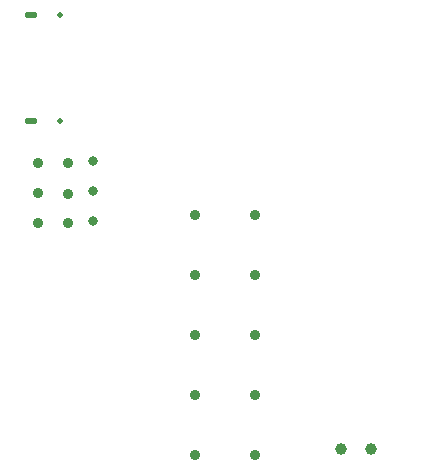
<source format=gbr>
%TF.GenerationSoftware,Altium Limited,Altium Designer,21.4.1 (30)*%
G04 Layer_Color=0*
%FSLAX45Y45*%
%MOMM*%
%TF.SameCoordinates,F4A6E2B2-E63A-418B-8CEE-B9A354165880*%
%TF.FilePolarity,Positive*%
%TF.FileFunction,Plated,1,4,PTH,Drill*%
%TF.Part,Single*%
G01*
G75*
%TA.AperFunction,ComponentDrill*%
%ADD145O,1.10000X0.50000*%
%ADD146C,0.50000*%
%ADD147C,0.80000*%
%ADD148C,0.90000*%
%ADD149C,1.00000*%
%ADD150C,0.90000*%
%TA.AperFunction,ViaDrill,NotFilled*%
%ADD151C,0.15200*%
D145*
X60000Y2920000D02*
D03*
Y3818000D02*
D03*
D146*
X300000D02*
D03*
Y2920000D02*
D03*
D147*
X584200Y2072000D02*
D03*
Y2580000D02*
D03*
Y2326000D02*
D03*
D148*
X1442500Y2120901D02*
D03*
X1955000Y2120900D02*
D03*
X119300Y2562601D02*
D03*
Y2054600D02*
D03*
X1955000Y88900D02*
D03*
X1447000Y1612900D02*
D03*
X1955000Y1104900D02*
D03*
Y596900D02*
D03*
X373300Y2054600D02*
D03*
Y2562600D02*
D03*
X372300Y2304401D02*
D03*
D149*
X2937000Y140000D02*
D03*
X2683000D02*
D03*
D150*
X119300Y2308600D02*
D03*
X1447000Y88900D02*
D03*
Y1104900D02*
D03*
Y596900D02*
D03*
X1955000Y1612900D02*
D03*
D151*
X2700507Y1046123D02*
D03*
X2765300Y1051300D02*
D03*
X2811535Y995114D02*
D03*
X2723346Y1269079D02*
D03*
X1895300Y946000D02*
D03*
X2343700Y887800D02*
D03*
X2780200Y747875D02*
D03*
X2242400Y819600D02*
D03*
X2181888Y979000D02*
D03*
X1793982Y694146D02*
D03*
X1729008Y692328D02*
D03*
X1779240Y2150527D02*
D03*
X949164Y1557589D02*
D03*
X475100Y757538D02*
D03*
X569489Y2987254D02*
D03*
X1026515Y3167701D02*
D03*
X2655200Y1398800D02*
D03*
X3233200Y270400D02*
D03*
X2015000Y1314000D02*
D03*
X993120Y1647821D02*
D03*
X1331415Y1509100D02*
D03*
X1060026Y2959135D02*
D03*
X704351Y3201626D02*
D03*
X424455Y2853589D02*
D03*
X3003000Y704000D02*
D03*
X1890729Y2538329D02*
D03*
X1657989Y3070258D02*
D03*
X1587000Y3225000D02*
D03*
X1751070Y2578611D02*
D03*
X1608375Y2534882D02*
D03*
X2614000Y656000D02*
D03*
X1203960Y985520D02*
D03*
X866100Y1410300D02*
D03*
X2323000Y814000D02*
D03*
X936840Y1445036D02*
D03*
X2083181Y1034031D02*
D03*
X584300Y1944215D02*
D03*
X1294000Y1952100D02*
D03*
X1283240Y1772633D02*
D03*
X1049509Y3408343D02*
D03*
X928628Y3342308D02*
D03*
X1083673Y3228856D02*
D03*
X1196000Y3248099D02*
D03*
X1029101Y1484430D02*
D03*
X1283232Y506768D02*
D03*
X891055Y951008D02*
D03*
X3041000Y981000D02*
D03*
X3080000Y917000D02*
D03*
X3140000Y3470000D02*
D03*
X3074998Y2274842D02*
D03*
X596992Y3444000D02*
D03*
X658950Y1914050D02*
D03*
X831911Y1646089D02*
D03*
X938000Y2677000D02*
D03*
X860000Y275000D02*
D03*
X1159500Y2135300D02*
D03*
X1304921Y2100021D02*
D03*
X1015000Y2428000D02*
D03*
X1529000Y2052700D02*
D03*
X1527440Y1676427D02*
D03*
X2598675Y1862666D02*
D03*
X834600Y2587407D02*
D03*
X1184543Y2614156D02*
D03*
X2188043Y1875705D02*
D03*
X1780846Y1739997D02*
D03*
X1724006Y2639336D02*
D03*
X1368320Y3073441D02*
D03*
X743986Y882200D02*
D03*
X597502Y3294369D02*
D03*
X1383359Y3655090D02*
D03*
X1495800D02*
D03*
X1539000Y2949192D02*
D03*
X1460000Y2606850D02*
D03*
X1570000Y2616000D02*
D03*
X1269553Y2617017D02*
D03*
X1416767Y2507115D02*
D03*
X303380Y3668425D02*
D03*
X645000Y3629689D02*
D03*
X436753Y3637518D02*
D03*
X417200Y3516700D02*
D03*
X507200Y3840028D02*
D03*
X600000Y3370000D02*
D03*
X419988Y3404883D02*
D03*
X442498Y3343906D02*
D03*
X439000Y3279000D02*
D03*
X443903Y3175871D02*
D03*
X442339Y3110891D02*
D03*
X1722096Y3527904D02*
D03*
X1408043Y3356043D02*
D03*
X1299561Y3493839D02*
D03*
X1095600Y1153000D02*
D03*
X890000Y1016000D02*
D03*
X606000Y531000D02*
D03*
X303000Y693000D02*
D03*
X3280160Y761000D02*
D03*
X2469453Y1414953D02*
D03*
X2292938Y1562535D02*
D03*
X2272000Y1501000D02*
D03*
X1537454Y2159500D02*
D03*
X1489315Y2505315D02*
D03*
X1178000Y3349000D02*
D03*
X1297828Y3250000D02*
D03*
X1483149Y3223058D02*
D03*
X754183Y3429967D02*
D03*
X-110000Y3201000D02*
D03*
X-105000Y3294000D02*
D03*
X2719000Y487000D02*
D03*
X2154000Y153000D02*
D03*
X1050000Y654000D02*
D03*
X3012000Y822000D02*
D03*
X2911000Y794000D02*
D03*
X2490000Y488321D02*
D03*
X3026000Y354000D02*
D03*
X2491205Y1850606D02*
D03*
X3006000Y569000D02*
D03*
X3353000Y242000D02*
D03*
X200000Y162000D02*
D03*
X1879286Y491849D02*
D03*
X1625397Y183080D02*
D03*
X191420Y901338D02*
D03*
X472440Y162560D02*
D03*
X467500Y1029078D02*
D03*
X2880000Y1570000D02*
D03*
X1030000Y3780000D02*
D03*
X586000Y3184650D02*
D03*
X2130000Y500000D02*
D03*
X2090000Y3620000D02*
D03*
X1153160Y172720D02*
D03*
X2293087Y2157276D02*
D03*
X889000Y563880D02*
D03*
X669816Y198863D02*
D03*
X1188900Y554309D02*
D03*
X1344413Y484815D02*
D03*
X2680000Y2220000D02*
D03*
X1016000Y172720D02*
D03*
X340000Y780000D02*
D03*
X440620Y1130086D02*
D03*
X1559094Y3399553D02*
D03*
X1655700Y3212200D02*
D03*
X721000Y603000D02*
D03*
X1890000Y3510000D02*
D03*
X1822100Y3648100D02*
D03*
X1790446Y3372866D02*
D03*
X1779997Y3099994D02*
D03*
X1940000Y3593000D02*
D03*
%TF.MD5,8d923f64cafb3fe77f7af75601137117*%
M02*

</source>
